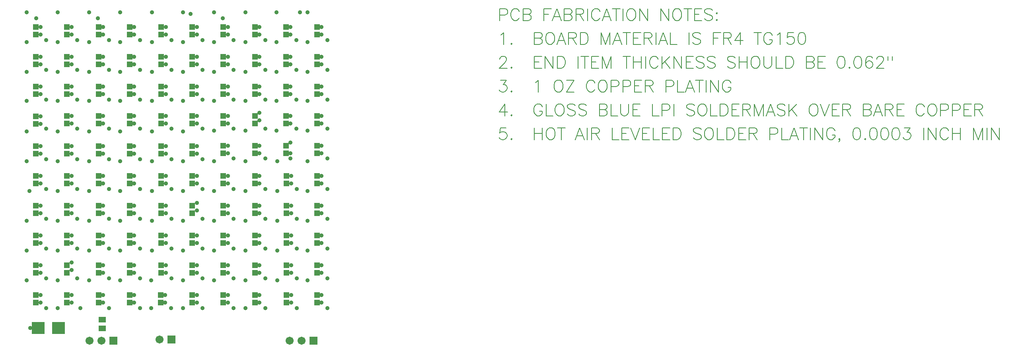
<source format=gbs>
G04 CAM350 V10.1.0 (Build 363) Date:  Mon Jun 15 21:36:37 2015 *
G04 Database: (Untitled) *
G04 Layer 4: PCB1.GBS *
%FSLAX25Y25*%
%MOIN*%
%SFA1.000B1.000*%

%MIA0B0*%
%IPPOS*%
%ADD27R,0.10650X0.10300*%
%ADD48R,0.06706X0.06706*%
%ADD49C,0.06706*%
%ADD50C,0.03600*%
%ADD51R,0.04737X0.04543*%
%ADD52R,0.06312X0.04934*%
%ADD53C,0.00800*%
%LNPCB1.GBS*%
%LPD*%
G54D48*
X246500Y204500D03*
X198000Y203500D03*
X365500D03*
G54D49*
X236500Y204500D03*
X188000Y203500D03*
X178000D03*
X345500D03*
X355500D03*
G54D50*
X354400Y479100D03*
X308700Y230900D03*
X256200D03*
X289600Y474200D03*
X262500Y477800D03*
X229700Y230900D03*
X185100Y474200D03*
X151233Y230900D03*
X170268D03*
X127733Y329100D03*
X133300Y474200D03*
X162869Y262850D03*
Y269150D03*
X267869Y312850D03*
Y319150D03*
X320369Y388350D03*
Y394650D03*
X346268Y356400D03*
X346369Y369650D03*
X136869Y235350D03*
X141768Y230900D03*
X162869Y235350D03*
X136869Y260350D03*
X141768Y255900D03*
X189369Y235350D03*
X167768Y255900D03*
X136869Y285350D03*
X194268Y230900D03*
X141768Y280900D03*
X189369Y260350D03*
X162869Y285350D03*
X194268Y255900D03*
X215369Y235350D03*
X167768Y280900D03*
X220268Y230900D03*
X136869Y310350D03*
X189369Y285350D03*
X141768Y305900D03*
X215369Y260350D03*
X194268Y280900D03*
X162869Y310350D03*
X220268Y255900D03*
X167768Y305900D03*
X241369Y235350D03*
X215369Y285350D03*
X189369Y310350D03*
X246268Y230900D03*
X136869Y335350D03*
X241869Y260350D03*
X141768Y330900D03*
X220268Y280900D03*
X194268Y305900D03*
X162869Y335350D03*
X246768Y255900D03*
X167768Y330900D03*
X215369Y310350D03*
X267869Y235350D03*
X241869Y285350D03*
X189369Y335350D03*
X220268Y305900D03*
X272768Y230900D03*
X246768Y280900D03*
X136869Y360350D03*
X194268Y330900D03*
X267869Y260350D03*
X141768Y355900D03*
X162869Y360350D03*
X241869Y310350D03*
X272768Y255900D03*
X215369Y335350D03*
X167768Y355900D03*
X267869Y285350D03*
X246768Y305900D03*
X220268Y330900D03*
X293869Y235350D03*
X189369Y360350D03*
X272768Y280900D03*
X194268Y355900D03*
X298768Y230900D03*
X293869Y260350D03*
X136869Y385350D03*
X241869Y335350D03*
X141768Y381400D03*
X215369Y360350D03*
X162869Y385850D03*
X246768Y330900D03*
X298768Y255900D03*
X167768Y381400D03*
X272768Y305900D03*
X220268Y355900D03*
X293869Y285350D03*
X189369Y385850D03*
X320369Y235350D03*
X298768Y280900D03*
X267869Y335350D03*
X194268Y381400D03*
X241869Y360350D03*
X293869Y310350D03*
X320369Y260350D03*
X136869Y410350D03*
X325268Y230900D03*
X141768Y405900D03*
X272768Y330900D03*
X246768Y355900D03*
X215369Y385850D03*
X162869Y410350D03*
X298768Y305900D03*
X220268Y381400D03*
X325268Y255900D03*
X167768Y405900D03*
X320369Y285350D03*
X267869Y360350D03*
X189369Y410350D03*
X293869Y335350D03*
X241869Y385850D03*
X346869Y235350D03*
X194268Y405900D03*
X325268Y280900D03*
X272768Y355900D03*
X298768Y330900D03*
X320369Y310350D03*
X246768Y381400D03*
X215369Y410350D03*
X136869Y435350D03*
X346869Y260350D03*
X351768Y230900D03*
X141768Y430900D03*
X220268Y405900D03*
X162869Y435350D03*
X325268Y305900D03*
X293869Y360850D03*
X267869Y385850D03*
X167768Y430900D03*
X351768Y255900D03*
X346869Y285350D03*
X320369Y335350D03*
X189369Y435350D03*
X241869Y410350D03*
X272768Y381400D03*
X298768Y356400D03*
X194268Y430900D03*
X351768Y280900D03*
X372369Y235350D03*
X246768Y405900D03*
X325268Y330900D03*
X346869Y310350D03*
X215369Y435350D03*
X372369Y260350D03*
X136869Y460350D03*
X293869Y385850D03*
X377268Y230900D03*
X141768Y455900D03*
X220268Y430900D03*
X320369Y360850D03*
X267869Y410350D03*
X351768Y305900D03*
X162869Y460350D03*
X298768Y381400D03*
X167768Y455900D03*
X372369Y285350D03*
X377268Y255900D03*
X272768Y405900D03*
X346869Y335350D03*
X325268Y356400D03*
X241869Y435350D03*
X189369Y460350D03*
X246768Y430900D03*
X194268Y455900D03*
X351768Y330900D03*
X377268Y280900D03*
X372369Y310350D03*
X293869Y410350D03*
X215369Y460350D03*
X346369Y360850D03*
X267869Y435350D03*
X298768Y405900D03*
X220268Y455900D03*
X325268Y381400D03*
X377268Y305900D03*
X272768Y430900D03*
X372369Y335350D03*
X241869Y460350D03*
X320369Y410350D03*
X246768Y455900D03*
X377268Y330900D03*
X293869Y435350D03*
X346369Y385850D03*
X325268Y405900D03*
X372369Y360850D03*
X298768Y430900D03*
X267869Y460350D03*
X351268Y381400D03*
X272768Y455900D03*
X377268Y356400D03*
X346369Y410350D03*
X320369Y435350D03*
X372369Y385850D03*
X293869Y460350D03*
X325268Y430900D03*
X351268Y405900D03*
X298768Y455900D03*
X377268Y381400D03*
X346369Y435350D03*
X372369Y410350D03*
X320369Y460350D03*
X351268Y430900D03*
X325268Y455900D03*
X377268Y405900D03*
X372369Y435350D03*
X346369Y460350D03*
X351268Y455900D03*
X377268Y430900D03*
X372369Y460350D03*
X377268Y455900D03*
X128175Y214000D03*
X136869Y241650D03*
X125233Y254100D03*
X162869Y241650D03*
X151233Y254100D03*
X136869Y266650D03*
X125233Y279100D03*
X177733Y254100D03*
X189369Y241650D03*
X151233Y279100D03*
X136869Y291650D03*
X125233Y304100D03*
X189369Y266650D03*
X177733Y279100D03*
X203733Y254100D03*
X162869Y291650D03*
X215369Y241650D03*
X151233Y304100D03*
X136869Y316650D03*
X203733Y279100D03*
X189369Y291650D03*
X215369Y266650D03*
X177733Y304100D03*
X229733Y254100D03*
X162869Y316650D03*
X241369Y241650D03*
X151233Y329100D03*
X215369Y291650D03*
X203733Y304100D03*
X230233Y279100D03*
X189369Y316650D03*
X241869Y266650D03*
X136869Y341650D03*
X177733Y329100D03*
X125233Y354100D03*
X256233Y254100D03*
X162869Y341650D03*
X267869Y241650D03*
X151233Y354100D03*
X215369Y316650D03*
X230233Y304100D03*
X203733Y329100D03*
X241869Y291650D03*
X189369Y341650D03*
X256233Y279100D03*
X267869Y266650D03*
X177733Y354100D03*
X136869Y366650D03*
X125233Y379100D03*
X241869Y316650D03*
X230233Y329100D03*
X282233Y254100D03*
X162869Y366650D03*
X215369Y341650D03*
X256233Y304100D03*
X203733Y354100D03*
X267869Y291650D03*
X293869Y241650D03*
X151233Y379100D03*
X189369Y366650D03*
X282233Y279100D03*
X177733Y379100D03*
X293869Y266650D03*
X136869Y391650D03*
X241869Y341650D03*
X256233Y329100D03*
X230233Y354100D03*
X215369Y366650D03*
X282233Y304100D03*
X162869Y392150D03*
X125233Y404600D03*
X308733Y254100D03*
X203733Y379100D03*
X293869Y291650D03*
X151233Y404600D03*
X320369Y241650D03*
X189369Y392150D03*
X308733Y279100D03*
X256233Y354100D03*
X267869Y341650D03*
X177733Y404600D03*
X241869Y366650D03*
X282233Y329100D03*
X320369Y266650D03*
X230233Y379100D03*
X293869Y316650D03*
X136869Y416650D03*
X215369Y392150D03*
X308733Y304100D03*
X203733Y404600D03*
X162869Y416650D03*
X125233Y429100D03*
X320369Y291650D03*
X335233Y254100D03*
X151233Y429100D03*
X267869Y366650D03*
X282233Y354100D03*
X256233Y379100D03*
X293869Y341650D03*
X346869Y241650D03*
X189369Y416650D03*
X241869Y392150D03*
X335233Y279100D03*
X308733Y329100D03*
X230233Y404600D03*
X177733Y429100D03*
X320369Y316650D03*
X346869Y266650D03*
X215369Y416650D03*
X136869Y441650D03*
X335233Y304100D03*
X203733Y429100D03*
X162869Y441650D03*
X282233Y379600D03*
X293869Y367150D03*
X346869Y291650D03*
X125233Y454100D03*
X267869Y392150D03*
X308733Y354100D03*
X360733Y254100D03*
X256233Y404600D03*
X320369Y341650D03*
X151233Y454100D03*
X241869Y416650D03*
X189369Y441650D03*
X372369Y241650D03*
X335233Y329100D03*
X230233Y429100D03*
X360733Y279100D03*
X346869Y316650D03*
X177733Y454100D03*
X372369Y266650D03*
X215369Y441650D03*
X293869Y392150D03*
X282233Y404600D03*
X308733Y379600D03*
X136869Y466650D03*
X320369Y367150D03*
X360733Y304100D03*
X203733Y454100D03*
X267869Y416650D03*
X256233Y429100D03*
X335233Y354100D03*
X372369Y291650D03*
X162869Y466650D03*
X346869Y341650D03*
X125233Y479100D03*
X241869Y441650D03*
X151233Y479100D03*
X189369Y466650D03*
X360733Y329100D03*
X230233Y454100D03*
X372369Y316650D03*
X177733Y479100D03*
X308733Y404600D03*
X293869Y416650D03*
X282233Y429100D03*
X334733Y379600D03*
X215369Y466650D03*
X267869Y441650D03*
X360733Y354100D03*
X256233Y454100D03*
X203733Y479100D03*
X372369Y341650D03*
X241869Y466650D03*
X320369Y416650D03*
X230233Y479100D03*
X308733Y429100D03*
X334733Y404600D03*
X346369Y392150D03*
X293869Y441650D03*
X282233Y454100D03*
X360733Y379600D03*
X372369Y367150D03*
X267869Y466650D03*
X256233Y479100D03*
X334733Y429100D03*
X346369Y416650D03*
X320369Y441650D03*
X308733Y454100D03*
X360733Y404600D03*
X372369Y392150D03*
X293869Y466650D03*
X282233Y479100D03*
X346369Y441650D03*
X334733Y454100D03*
X360733Y429100D03*
X372369Y416650D03*
X320369Y466650D03*
X308733Y479100D03*
X360733Y454100D03*
X372369Y441650D03*
X346369Y466650D03*
X334733Y479100D03*
X372369Y466650D03*
X360733Y479100D03*
G54D27*
X152000Y214000D03*
X135000D03*
G54D51*
X238000Y441650D03*
Y435350D03*
X133000Y460350D03*
Y466650D03*
Y435350D03*
Y441650D03*
Y410350D03*
Y416650D03*
Y385350D03*
Y391650D03*
Y360350D03*
Y366650D03*
Y335350D03*
Y341650D03*
Y310350D03*
Y316650D03*
Y285350D03*
Y291650D03*
Y260350D03*
Y266650D03*
Y235350D03*
Y241650D03*
X159000Y460350D03*
Y466650D03*
Y435350D03*
Y441650D03*
Y410350D03*
Y416650D03*
Y385850D03*
Y392150D03*
Y360350D03*
Y366650D03*
Y335350D03*
Y341650D03*
Y310350D03*
Y316650D03*
Y285350D03*
Y291650D03*
Y260350D03*
Y266650D03*
Y235350D03*
Y241650D03*
X185500Y460350D03*
Y466650D03*
Y435350D03*
Y441650D03*
Y410350D03*
Y416650D03*
Y385850D03*
Y392150D03*
Y360350D03*
Y366650D03*
Y335350D03*
Y341650D03*
Y310350D03*
Y316650D03*
Y285350D03*
Y291650D03*
Y260350D03*
Y266650D03*
Y235350D03*
Y241650D03*
X211500Y460350D03*
Y466650D03*
Y435350D03*
Y441650D03*
Y410350D03*
Y416650D03*
Y385850D03*
Y392150D03*
Y360350D03*
Y366650D03*
Y335350D03*
Y341650D03*
Y310350D03*
Y316650D03*
Y285350D03*
Y291650D03*
Y260350D03*
Y266650D03*
Y235350D03*
Y241650D03*
X238000Y460350D03*
Y466650D03*
Y410350D03*
Y416650D03*
Y385850D03*
Y392150D03*
Y360350D03*
Y366650D03*
Y335350D03*
Y341650D03*
Y310350D03*
Y316650D03*
Y285350D03*
Y291650D03*
Y260350D03*
Y266650D03*
X237500Y235350D03*
Y241650D03*
X264000Y460350D03*
Y466650D03*
Y435350D03*
Y441650D03*
Y410350D03*
Y416650D03*
Y385850D03*
Y392150D03*
Y360350D03*
Y366650D03*
Y335350D03*
Y341650D03*
Y310350D03*
Y316650D03*
Y285350D03*
Y291650D03*
Y260350D03*
Y266650D03*
Y235350D03*
Y241650D03*
X290000Y460350D03*
Y466650D03*
Y435350D03*
Y441650D03*
Y410350D03*
Y416650D03*
Y385850D03*
Y392150D03*
Y360850D03*
Y367150D03*
Y335350D03*
Y341650D03*
Y310350D03*
Y316650D03*
Y285350D03*
Y291650D03*
Y260350D03*
Y266650D03*
Y235350D03*
Y241650D03*
X316500Y460350D03*
Y466650D03*
Y435350D03*
Y441650D03*
Y410350D03*
Y416650D03*
Y385850D03*
Y392150D03*
Y360850D03*
Y367150D03*
Y335350D03*
Y341650D03*
Y310350D03*
Y316650D03*
Y285350D03*
Y291650D03*
Y260350D03*
Y266650D03*
Y235350D03*
Y241650D03*
X342500Y460350D03*
Y466650D03*
Y435350D03*
Y441650D03*
Y410350D03*
Y416650D03*
Y385850D03*
Y392150D03*
Y360850D03*
Y367150D03*
X343000Y335350D03*
Y341650D03*
Y310350D03*
Y316650D03*
Y285350D03*
Y291650D03*
Y260350D03*
Y266650D03*
Y235350D03*
Y241650D03*
X368500Y460350D03*
Y466650D03*
Y435350D03*
Y441650D03*
Y410350D03*
Y416650D03*
Y385850D03*
Y392150D03*
Y360850D03*
Y367150D03*
Y335350D03*
Y341650D03*
Y310350D03*
Y316650D03*
Y285350D03*
Y291650D03*
Y260350D03*
Y266650D03*
Y235350D03*
Y241650D03*
G54D52*
X188500Y213760D03*
Y221240D03*
G54D53*
G01X521755Y482064D02*
Y472220D01*
Y482064D02*
X525974D01*
X527380Y481595D01*
X527849Y481126D01*
X528317Y480189D01*
Y478782D01*
X527849Y477845D01*
X527380Y477376D01*
X525974Y476907D01*
X521755D01*
X538161Y479720D02*
X537692Y480657D01*
X536755Y481595D01*
X535817Y482064D01*
X533942D01*
X533005Y481595D01*
X532067Y480657D01*
X531599Y479720D01*
X531130Y478314D01*
Y475970D01*
X531599Y474564D01*
X532067Y473626D01*
X533005Y472689D01*
X533942Y472220D01*
X535817D01*
X536755Y472689D01*
X537692Y473626D01*
X538161Y474564D01*
X541442Y482064D02*
Y472220D01*
Y482064D02*
X545661D01*
X547067Y481595D01*
X547536Y481126D01*
X548005Y480189D01*
Y479251D01*
X547536Y478314D01*
X547067Y477845D01*
X545661Y477376D01*
X541442D02*
X545661D01*
X547067Y476907D01*
X547536Y476439D01*
X548005Y475501D01*
Y474095D01*
X547536Y473157D01*
X547067Y472689D01*
X545661Y472220D01*
X541442D01*
X558786Y482064D02*
Y472220D01*
Y482064D02*
X564880D01*
X558786Y477376D02*
X562536D01*
X569567Y482064D02*
X565817Y472220D01*
X569567Y482064D02*
X573317Y472220D01*
X567224Y475501D02*
X571911D01*
X575661Y482064D02*
Y472220D01*
Y482064D02*
X579880D01*
X581286Y481595D01*
X581755Y481126D01*
X582224Y480189D01*
Y479251D01*
X581755Y478314D01*
X581286Y477845D01*
X579880Y477376D01*
X575661D02*
X579880D01*
X581286Y476907D01*
X581755Y476439D01*
X582224Y475501D01*
Y474095D01*
X581755Y473157D01*
X581286Y472689D01*
X579880Y472220D01*
X575661D01*
X585505Y482064D02*
Y472220D01*
Y482064D02*
X589724D01*
X591130Y481595D01*
X591599Y481126D01*
X592067Y480189D01*
Y479251D01*
X591599Y478314D01*
X591130Y477845D01*
X589724Y477376D01*
X585505D01*
X588786D02*
X592067Y472220D01*
X595349Y482064D02*
Y472220D01*
X605661Y479720D02*
X605192Y480657D01*
X604255Y481595D01*
X603317Y482064D01*
X601442D01*
X600505Y481595D01*
X599567Y480657D01*
X599099Y479720D01*
X598630Y478314D01*
Y475970D01*
X599099Y474564D01*
X599567Y473626D01*
X600505Y472689D01*
X601442Y472220D01*
X603317D01*
X604255Y472689D01*
X605192Y473626D01*
X605661Y474564D01*
X611286Y482064D02*
X607536Y472220D01*
X611286Y482064D02*
X615036Y472220D01*
X608942Y475501D02*
X613630D01*
X619255Y482064D02*
Y472220D01*
X615974Y482064D02*
X622536D01*
X624880D02*
Y472220D01*
X630974Y482064D02*
X630036Y481595D01*
X629099Y480657D01*
X628630Y479720D01*
X628161Y478314D01*
Y475970D01*
X628630Y474564D01*
X629099Y473626D01*
X630036Y472689D01*
X630974Y472220D01*
X632849D01*
X633786Y472689D01*
X634724Y473626D01*
X635192Y474564D01*
X635661Y475970D01*
Y478314D01*
X635192Y479720D01*
X634724Y480657D01*
X633786Y481595D01*
X632849Y482064D01*
X630974D01*
X638942D02*
Y472220D01*
Y482064D02*
X645505Y472220D01*
Y482064D02*
Y472220D01*
X656755Y482064D02*
Y472220D01*
Y482064D02*
X663317Y472220D01*
Y482064D02*
Y472220D01*
X669411Y482064D02*
X668474Y481595D01*
X667536Y480657D01*
X667067Y479720D01*
X666599Y478314D01*
Y475970D01*
X667067Y474564D01*
X667536Y473626D01*
X668474Y472689D01*
X669411Y472220D01*
X671286D01*
X672224Y472689D01*
X673161Y473626D01*
X673630Y474564D01*
X674099Y475970D01*
Y478314D01*
X673630Y479720D01*
X673161Y480657D01*
X672224Y481595D01*
X671286Y482064D01*
X669411D01*
X679255D02*
Y472220D01*
X675974Y482064D02*
X682536D01*
X684880D02*
Y472220D01*
Y482064D02*
X690974D01*
X684880Y477376D02*
X688630D01*
X684880Y472220D02*
X690974D01*
X699880Y480657D02*
X698942Y481595D01*
X697536Y482064D01*
X695661D01*
X694255Y481595D01*
X693317Y480657D01*
Y479720D01*
X693786Y478782D01*
X694255Y478314D01*
X695192Y477845D01*
X698005Y476907D01*
X698942Y476439D01*
X699411Y475970D01*
X699880Y475032D01*
Y473626D01*
X698942Y472689D01*
X697536Y472220D01*
X695661D01*
X694255Y472689D01*
X693317Y473626D01*
X703630Y478782D02*
X703161Y478314D01*
X703630Y477845D01*
X704099Y478314D01*
X703630Y478782D01*
Y473157D02*
X703161Y472689D01*
X703630Y472220D01*
X704099Y472689D01*
X703630Y473157D01*
X522692Y460189D02*
X523630Y460657D01*
X525036Y462064D01*
Y452220D01*
X531599Y453157D02*
X531130Y452689D01*
X531599Y452220D01*
X532067Y452689D01*
X531599Y453157D01*
X550817Y462064D02*
Y452220D01*
Y462064D02*
X555036D01*
X556442Y461595D01*
X556911Y461126D01*
X557380Y460189D01*
Y459251D01*
X556911Y458314D01*
X556442Y457845D01*
X555036Y457376D01*
X550817D02*
X555036D01*
X556442Y456907D01*
X556911Y456439D01*
X557380Y455501D01*
Y454095D01*
X556911Y453157D01*
X556442Y452689D01*
X555036Y452220D01*
X550817D01*
X563005Y462064D02*
X562067Y461595D01*
X561130Y460657D01*
X560661Y459720D01*
X560192Y458314D01*
Y455970D01*
X560661Y454564D01*
X561130Y453626D01*
X562067Y452689D01*
X563005Y452220D01*
X564880D01*
X565817Y452689D01*
X566755Y453626D01*
X567224Y454564D01*
X567692Y455970D01*
Y458314D01*
X567224Y459720D01*
X566755Y460657D01*
X565817Y461595D01*
X564880Y462064D01*
X563005D01*
X573317D02*
X569567Y452220D01*
X573317Y462064D02*
X577067Y452220D01*
X570974Y455501D02*
X575661D01*
X579411Y462064D02*
Y452220D01*
Y462064D02*
X583630D01*
X585036Y461595D01*
X585505Y461126D01*
X585974Y460189D01*
Y459251D01*
X585505Y458314D01*
X585036Y457845D01*
X583630Y457376D01*
X579411D01*
X582692D02*
X585974Y452220D01*
X589255Y462064D02*
Y452220D01*
Y462064D02*
X592536D01*
X593942Y461595D01*
X594880Y460657D01*
X595349Y459720D01*
X595817Y458314D01*
Y455970D01*
X595349Y454564D01*
X594880Y453626D01*
X593942Y452689D01*
X592536Y452220D01*
X589255D01*
X606599Y462064D02*
Y452220D01*
Y462064D02*
X610349Y452220D01*
X614099Y462064D02*
X610349Y452220D01*
X614099Y462064D02*
Y452220D01*
X620192Y462064D02*
X616442Y452220D01*
X620192Y462064D02*
X623942Y452220D01*
X617849Y455501D02*
X622536D01*
X628161Y462064D02*
Y452220D01*
X624880Y462064D02*
X631442D01*
X633786D02*
Y452220D01*
Y462064D02*
X639880D01*
X633786Y457376D02*
X637536D01*
X633786Y452220D02*
X639880D01*
X642692Y462064D02*
Y452220D01*
Y462064D02*
X646911D01*
X648317Y461595D01*
X648786Y461126D01*
X649255Y460189D01*
Y459251D01*
X648786Y458314D01*
X648317Y457845D01*
X646911Y457376D01*
X642692D01*
X645974D02*
X649255Y452220D01*
X652536Y462064D02*
Y452220D01*
X658630Y462064D02*
X654880Y452220D01*
X658630Y462064D02*
X662380Y452220D01*
X656286Y455501D02*
X660974D01*
X664724Y462064D02*
Y452220D01*
Y452220D02*
X670349D01*
X680192Y462064D02*
Y452220D01*
X690036Y460657D02*
X689099Y461595D01*
X687692Y462064D01*
X685817D01*
X684411Y461595D01*
X683474Y460657D01*
Y459720D01*
X683942Y458782D01*
X684411Y458314D01*
X685349Y457845D01*
X688161Y456907D01*
X689099Y456439D01*
X689567Y455970D01*
X690036Y455032D01*
Y453626D01*
X689099Y452689D01*
X687692Y452220D01*
X685817D01*
X684411Y452689D01*
X683474Y453626D01*
X700817Y462064D02*
Y452220D01*
Y462064D02*
X706911D01*
X700817Y457376D02*
X704567D01*
X709255Y462064D02*
Y452220D01*
Y462064D02*
X713474D01*
X714880Y461595D01*
X715349Y461126D01*
X715817Y460189D01*
Y459251D01*
X715349Y458314D01*
X714880Y457845D01*
X713474Y457376D01*
X709255D01*
X712536D02*
X715817Y452220D01*
X723317Y462064D02*
X718630Y455501D01*
X725661D01*
X723317Y462064D02*
Y452220D01*
X737849Y462064D02*
Y452220D01*
X734567Y462064D02*
X741130D01*
X750036Y459720D02*
X749567Y460657D01*
X748630Y461595D01*
X747692Y462064D01*
X745817D01*
X744880Y461595D01*
X743942Y460657D01*
X743474Y459720D01*
X743005Y458314D01*
Y455970D01*
X743474Y454564D01*
X743942Y453626D01*
X744880Y452689D01*
X745817Y452220D01*
X747692D01*
X748630Y452689D01*
X749567Y453626D01*
X750036Y454564D01*
Y455970D01*
X747692D02*
X750036D01*
X754255Y460189D02*
X755192Y460657D01*
X756599Y462064D01*
Y452220D01*
X767849Y462064D02*
X763161D01*
X762692Y457845D01*
X763161Y458314D01*
X764567Y458782D01*
X765974D01*
X767380Y458314D01*
X768317Y457376D01*
X768786Y455970D01*
Y455032D01*
X768317Y453626D01*
X767380Y452689D01*
X765974Y452220D01*
X764567D01*
X763161Y452689D01*
X762692Y453157D01*
X762224Y454095D01*
X774411Y462064D02*
X773005Y461595D01*
X772067Y460189D01*
X771599Y457845D01*
Y456439D01*
X772067Y454095D01*
X773005Y452689D01*
X774411Y452220D01*
X775349D01*
X776755Y452689D01*
X777692Y454095D01*
X778161Y456439D01*
Y457845D01*
X777692Y460189D01*
X776755Y461595D01*
X775349Y462064D01*
X774411D01*
X521755Y439720D02*
Y440189D01*
X522224Y441126D01*
X522692Y441595D01*
X523630Y442064D01*
X525505D01*
X526442Y441595D01*
X526911Y441126D01*
X527380Y440189D01*
Y439251D01*
X526911Y438314D01*
X525974Y436907D01*
X521286Y432220D01*
X527849D01*
X531599Y433157D02*
X531130Y432689D01*
X531599Y432220D01*
X532067Y432689D01*
X531599Y433157D01*
X550817Y442064D02*
Y432220D01*
Y442064D02*
X556911D01*
X550817Y437376D02*
X554567D01*
X550817Y432220D02*
X556911D01*
X559724Y442064D02*
Y432220D01*
Y442064D02*
X566286Y432220D01*
Y442064D02*
Y432220D01*
X570036Y442064D02*
Y432220D01*
Y442064D02*
X573317D01*
X574724Y441595D01*
X575661Y440657D01*
X576130Y439720D01*
X576599Y438314D01*
Y435970D01*
X576130Y434564D01*
X575661Y433626D01*
X574724Y432689D01*
X573317Y432220D01*
X570036D01*
X587380Y442064D02*
Y432220D01*
X593005Y442064D02*
Y432220D01*
X589724Y442064D02*
X596286D01*
X598630D02*
Y432220D01*
Y442064D02*
X604724D01*
X598630Y437376D02*
X602380D01*
X598630Y432220D02*
X604724D01*
X607536Y442064D02*
Y432220D01*
Y442064D02*
X611286Y432220D01*
X615036Y442064D02*
X611286Y432220D01*
X615036Y442064D02*
Y432220D01*
X628161Y442064D02*
Y432220D01*
X624880Y442064D02*
X631442D01*
X633786D02*
Y432220D01*
X640349Y442064D02*
Y432220D01*
X633786Y437376D02*
X640349D01*
X644099Y442064D02*
Y432220D01*
X654411Y439720D02*
X653942Y440657D01*
X653005Y441595D01*
X652067Y442064D01*
X650192D01*
X649255Y441595D01*
X648317Y440657D01*
X647849Y439720D01*
X647380Y438314D01*
Y435970D01*
X647849Y434564D01*
X648317Y433626D01*
X649255Y432689D01*
X650192Y432220D01*
X652067D01*
X653005Y432689D01*
X653942Y433626D01*
X654411Y434564D01*
X657692Y442064D02*
Y432220D01*
X664255Y442064D02*
X657692Y435501D01*
X660036Y437845D02*
X664255Y432220D01*
X667536Y442064D02*
Y432220D01*
Y442064D02*
X674099Y432220D01*
Y442064D02*
Y432220D01*
X677849Y442064D02*
Y432220D01*
Y442064D02*
X683942D01*
X677849Y437376D02*
X681599D01*
X677849Y432220D02*
X683942D01*
X692849Y440657D02*
X691911Y441595D01*
X690505Y442064D01*
X688630D01*
X687224Y441595D01*
X686286Y440657D01*
Y439720D01*
X686755Y438782D01*
X687224Y438314D01*
X688161Y437845D01*
X690974Y436907D01*
X691911Y436439D01*
X692380Y435970D01*
X692849Y435032D01*
Y433626D01*
X691911Y432689D01*
X690505Y432220D01*
X688630D01*
X687224Y432689D01*
X686286Y433626D01*
X702224Y440657D02*
X701286Y441595D01*
X699880Y442064D01*
X698005D01*
X696599Y441595D01*
X695661Y440657D01*
Y439720D01*
X696130Y438782D01*
X696599Y438314D01*
X697536Y437845D01*
X700349Y436907D01*
X701286Y436439D01*
X701755Y435970D01*
X702224Y435032D01*
Y433626D01*
X701286Y432689D01*
X699880Y432220D01*
X698005D01*
X696599Y432689D01*
X695661Y433626D01*
X719099Y440657D02*
X718161Y441595D01*
X716755Y442064D01*
X714880D01*
X713474Y441595D01*
X712536Y440657D01*
Y439720D01*
X713005Y438782D01*
X713474Y438314D01*
X714411Y437845D01*
X717224Y436907D01*
X718161Y436439D01*
X718630Y435970D01*
X719099Y435032D01*
Y433626D01*
X718161Y432689D01*
X716755Y432220D01*
X714880D01*
X713474Y432689D01*
X712536Y433626D01*
X722380Y442064D02*
Y432220D01*
X728942Y442064D02*
Y432220D01*
X722380Y437376D02*
X728942D01*
X735036Y442064D02*
X734099Y441595D01*
X733161Y440657D01*
X732692Y439720D01*
X732224Y438314D01*
Y435970D01*
X732692Y434564D01*
X733161Y433626D01*
X734099Y432689D01*
X735036Y432220D01*
X736911D01*
X737849Y432689D01*
X738786Y433626D01*
X739255Y434564D01*
X739724Y435970D01*
Y438314D01*
X739255Y439720D01*
X738786Y440657D01*
X737849Y441595D01*
X736911Y442064D01*
X735036D01*
X743005D02*
Y435032D01*
X743474Y433626D01*
X744411Y432689D01*
X745817Y432220D01*
X746755D01*
X748161Y432689D01*
X749099Y433626D01*
X749567Y435032D01*
Y442064D01*
X753317D02*
Y432220D01*
Y432220D02*
X758942D01*
X761286Y442064D02*
Y432220D01*
Y442064D02*
X764567D01*
X765974Y441595D01*
X766911Y440657D01*
X767380Y439720D01*
X767849Y438314D01*
Y435970D01*
X767380Y434564D01*
X766911Y433626D01*
X765974Y432689D01*
X764567Y432220D01*
X761286D01*
X778630Y442064D02*
Y432220D01*
Y442064D02*
X782849D01*
X784255Y441595D01*
X784724Y441126D01*
X785192Y440189D01*
Y439251D01*
X784724Y438314D01*
X784255Y437845D01*
X782849Y437376D01*
X778630D02*
X782849D01*
X784255Y436907D01*
X784724Y436439D01*
X785192Y435501D01*
Y434095D01*
X784724Y433157D01*
X784255Y432689D01*
X782849Y432220D01*
X778630D01*
X788474Y442064D02*
Y432220D01*
Y442064D02*
X794567D01*
X788474Y437376D02*
X792224D01*
X788474Y432220D02*
X794567D01*
X807224Y442064D02*
X805817Y441595D01*
X804880Y440189D01*
X804411Y437845D01*
Y436439D01*
X804880Y434095D01*
X805817Y432689D01*
X807224Y432220D01*
X808161D01*
X809567Y432689D01*
X810505Y434095D01*
X810974Y436439D01*
Y437845D01*
X810505Y440189D01*
X809567Y441595D01*
X808161Y442064D01*
X807224D01*
X814724Y433157D02*
X814255Y432689D01*
X814724Y432220D01*
X815192Y432689D01*
X814724Y433157D01*
X821286Y442064D02*
X819880Y441595D01*
X818942Y440189D01*
X818474Y437845D01*
Y436439D01*
X818942Y434095D01*
X819880Y432689D01*
X821286Y432220D01*
X822224D01*
X823630Y432689D01*
X824567Y434095D01*
X825036Y436439D01*
Y437845D01*
X824567Y440189D01*
X823630Y441595D01*
X822224Y442064D01*
X821286D01*
X833942Y440657D02*
X833474Y441595D01*
X832067Y442064D01*
X831130D01*
X829724Y441595D01*
X828786Y440189D01*
X828317Y437845D01*
Y435501D01*
X828786Y433626D01*
X829724Y432689D01*
X831130Y432220D01*
X831599D01*
X833005Y432689D01*
X833942Y433626D01*
X834411Y435032D01*
Y435501D01*
X833942Y436907D01*
X833005Y437845D01*
X831599Y438314D01*
X831130D01*
X829724Y437845D01*
X828786Y436907D01*
X828317Y435501D01*
X837692Y439720D02*
Y440189D01*
X838161Y441126D01*
X838630Y441595D01*
X839567Y442064D01*
X841442D01*
X842380Y441595D01*
X842849Y441126D01*
X843317Y440189D01*
Y439251D01*
X842849Y438314D01*
X841911Y436907D01*
X837224Y432220D01*
X843786D01*
X847067Y442064D02*
Y438782D01*
X850817Y442064D02*
Y438782D01*
X522224Y422064D02*
X527380D01*
X524567Y418314D01*
X525974D01*
X526911Y417845D01*
X527380Y417376D01*
X527849Y415970D01*
Y415032D01*
X527380Y413626D01*
X526442Y412689D01*
X525036Y412220D01*
X523630D01*
X522224Y412689D01*
X521755Y413157D01*
X521286Y414095D01*
X531599Y413157D02*
X531130Y412689D01*
X531599Y412220D01*
X532067Y412689D01*
X531599Y413157D01*
X551755Y420189D02*
X552692Y420657D01*
X554099Y422064D01*
Y412220D01*
X570036Y422064D02*
X569099Y421595D01*
X568161Y420657D01*
X567692Y419720D01*
X567224Y418314D01*
Y415970D01*
X567692Y414564D01*
X568161Y413626D01*
X569099Y412689D01*
X570036Y412220D01*
X571911D01*
X572849Y412689D01*
X573786Y413626D01*
X574255Y414564D01*
X574724Y415970D01*
Y418314D01*
X574255Y419720D01*
X573786Y420657D01*
X572849Y421595D01*
X571911Y422064D01*
X570036D01*
X584099D02*
X577536Y412220D01*
Y422064D02*
X584099D01*
X577536Y412220D02*
X584099D01*
X601442Y419720D02*
X600974Y420657D01*
X600036Y421595D01*
X599099Y422064D01*
X597224D01*
X596286Y421595D01*
X595349Y420657D01*
X594880Y419720D01*
X594411Y418314D01*
Y415970D01*
X594880Y414564D01*
X595349Y413626D01*
X596286Y412689D01*
X597224Y412220D01*
X599099D01*
X600036Y412689D01*
X600974Y413626D01*
X601442Y414564D01*
X607067Y422064D02*
X606130Y421595D01*
X605192Y420657D01*
X604724Y419720D01*
X604255Y418314D01*
Y415970D01*
X604724Y414564D01*
X605192Y413626D01*
X606130Y412689D01*
X607067Y412220D01*
X608942D01*
X609880Y412689D01*
X610817Y413626D01*
X611286Y414564D01*
X611755Y415970D01*
Y418314D01*
X611286Y419720D01*
X610817Y420657D01*
X609880Y421595D01*
X608942Y422064D01*
X607067D01*
X615036D02*
Y412220D01*
Y422064D02*
X619255D01*
X620661Y421595D01*
X621130Y421126D01*
X621599Y420189D01*
Y418782D01*
X621130Y417845D01*
X620661Y417376D01*
X619255Y416907D01*
X615036D01*
X624880Y422064D02*
Y412220D01*
Y422064D02*
X629099D01*
X630505Y421595D01*
X630974Y421126D01*
X631442Y420189D01*
Y418782D01*
X630974Y417845D01*
X630505Y417376D01*
X629099Y416907D01*
X624880D01*
X634724Y422064D02*
Y412220D01*
Y422064D02*
X640817D01*
X634724Y417376D02*
X638474D01*
X634724Y412220D02*
X640817D01*
X643630Y422064D02*
Y412220D01*
Y422064D02*
X647849D01*
X649255Y421595D01*
X649724Y421126D01*
X650192Y420189D01*
Y419251D01*
X649724Y418314D01*
X649255Y417845D01*
X647849Y417376D01*
X643630D01*
X646911D02*
X650192Y412220D01*
X660974Y422064D02*
Y412220D01*
Y422064D02*
X665192D01*
X666599Y421595D01*
X667067Y421126D01*
X667536Y420189D01*
Y418782D01*
X667067Y417845D01*
X666599Y417376D01*
X665192Y416907D01*
X660974D01*
X670817Y422064D02*
Y412220D01*
Y412220D02*
X676442D01*
X681130Y422064D02*
X677380Y412220D01*
X681130Y422064D02*
X684880Y412220D01*
X678786Y415501D02*
X683474D01*
X689099Y422064D02*
Y412220D01*
X685817Y422064D02*
X692380D01*
X694724D02*
Y412220D01*
X698474Y422064D02*
Y412220D01*
Y422064D02*
X705036Y412220D01*
Y422064D02*
Y412220D01*
X715349Y419720D02*
X714880Y420657D01*
X713942Y421595D01*
X713005Y422064D01*
X711130D01*
X710192Y421595D01*
X709255Y420657D01*
X708786Y419720D01*
X708317Y418314D01*
Y415970D01*
X708786Y414564D01*
X709255Y413626D01*
X710192Y412689D01*
X711130Y412220D01*
X713005D01*
X713942Y412689D01*
X714880Y413626D01*
X715349Y414564D01*
Y415970D01*
X713005D02*
X715349D01*
X525974Y402064D02*
X521286Y395501D01*
X528317D01*
X525974Y402064D02*
Y392220D01*
X531599Y393157D02*
X531130Y392689D01*
X531599Y392220D01*
X532067Y392689D01*
X531599Y393157D01*
X557380Y399720D02*
X556911Y400657D01*
X555974Y401595D01*
X555036Y402064D01*
X553161D01*
X552224Y401595D01*
X551286Y400657D01*
X550817Y399720D01*
X550349Y398314D01*
Y395970D01*
X550817Y394564D01*
X551286Y393626D01*
X552224Y392689D01*
X553161Y392220D01*
X555036D01*
X555974Y392689D01*
X556911Y393626D01*
X557380Y394564D01*
Y395970D01*
X555036D02*
X557380D01*
X560661Y402064D02*
Y392220D01*
Y392220D02*
X566286D01*
X570974Y402064D02*
X570036Y401595D01*
X569099Y400657D01*
X568630Y399720D01*
X568161Y398314D01*
Y395970D01*
X568630Y394564D01*
X569099Y393626D01*
X570036Y392689D01*
X570974Y392220D01*
X572849D01*
X573786Y392689D01*
X574724Y393626D01*
X575192Y394564D01*
X575661Y395970D01*
Y398314D01*
X575192Y399720D01*
X574724Y400657D01*
X573786Y401595D01*
X572849Y402064D01*
X570974D01*
X585036Y400657D02*
X584099Y401595D01*
X582692Y402064D01*
X580817D01*
X579411Y401595D01*
X578474Y400657D01*
Y399720D01*
X578942Y398782D01*
X579411Y398314D01*
X580349Y397845D01*
X583161Y396907D01*
X584099Y396439D01*
X584567Y395970D01*
X585036Y395032D01*
Y393626D01*
X584099Y392689D01*
X582692Y392220D01*
X580817D01*
X579411Y392689D01*
X578474Y393626D01*
X594411Y400657D02*
X593474Y401595D01*
X592067Y402064D01*
X590192D01*
X588786Y401595D01*
X587849Y400657D01*
Y399720D01*
X588317Y398782D01*
X588786Y398314D01*
X589724Y397845D01*
X592536Y396907D01*
X593474Y396439D01*
X593942Y395970D01*
X594411Y395032D01*
Y393626D01*
X593474Y392689D01*
X592067Y392220D01*
X590192D01*
X588786Y392689D01*
X587849Y393626D01*
X605192Y402064D02*
Y392220D01*
Y402064D02*
X609411D01*
X610817Y401595D01*
X611286Y401126D01*
X611755Y400189D01*
Y399251D01*
X611286Y398314D01*
X610817Y397845D01*
X609411Y397376D01*
X605192D02*
X609411D01*
X610817Y396907D01*
X611286Y396439D01*
X611755Y395501D01*
Y394095D01*
X611286Y393157D01*
X610817Y392689D01*
X609411Y392220D01*
X605192D01*
X615036Y402064D02*
Y392220D01*
Y392220D02*
X620661D01*
X623005Y402064D02*
Y395032D01*
X623474Y393626D01*
X624411Y392689D01*
X625817Y392220D01*
X626755D01*
X628161Y392689D01*
X629099Y393626D01*
X629567Y395032D01*
Y402064D01*
X633317D02*
Y392220D01*
Y402064D02*
X639411D01*
X633317Y397376D02*
X637067D01*
X633317Y392220D02*
X639411D01*
X649724Y402064D02*
Y392220D01*
Y392220D02*
X655349D01*
X657692Y402064D02*
Y392220D01*
Y402064D02*
X661911D01*
X663317Y401595D01*
X663786Y401126D01*
X664255Y400189D01*
Y398782D01*
X663786Y397845D01*
X663317Y397376D01*
X661911Y396907D01*
X657692D01*
X667536Y402064D02*
Y392220D01*
X684880Y400657D02*
X683942Y401595D01*
X682536Y402064D01*
X680661D01*
X679255Y401595D01*
X678317Y400657D01*
Y399720D01*
X678786Y398782D01*
X679255Y398314D01*
X680192Y397845D01*
X683005Y396907D01*
X683942Y396439D01*
X684411Y395970D01*
X684880Y395032D01*
Y393626D01*
X683942Y392689D01*
X682536Y392220D01*
X680661D01*
X679255Y392689D01*
X678317Y393626D01*
X690505Y402064D02*
X689567Y401595D01*
X688630Y400657D01*
X688161Y399720D01*
X687692Y398314D01*
Y395970D01*
X688161Y394564D01*
X688630Y393626D01*
X689567Y392689D01*
X690505Y392220D01*
X692380D01*
X693317Y392689D01*
X694255Y393626D01*
X694724Y394564D01*
X695192Y395970D01*
Y398314D01*
X694724Y399720D01*
X694255Y400657D01*
X693317Y401595D01*
X692380Y402064D01*
X690505D01*
X698474D02*
Y392220D01*
Y392220D02*
X704099D01*
X706442Y402064D02*
Y392220D01*
Y402064D02*
X709724D01*
X711130Y401595D01*
X712067Y400657D01*
X712536Y399720D01*
X713005Y398314D01*
Y395970D01*
X712536Y394564D01*
X712067Y393626D01*
X711130Y392689D01*
X709724Y392220D01*
X706442D01*
X716286Y402064D02*
Y392220D01*
Y402064D02*
X722380D01*
X716286Y397376D02*
X720036D01*
X716286Y392220D02*
X722380D01*
X725192Y402064D02*
Y392220D01*
Y402064D02*
X729411D01*
X730817Y401595D01*
X731286Y401126D01*
X731755Y400189D01*
Y399251D01*
X731286Y398314D01*
X730817Y397845D01*
X729411Y397376D01*
X725192D01*
X728474D02*
X731755Y392220D01*
X735036Y402064D02*
Y392220D01*
Y402064D02*
X738786Y392220D01*
X742536Y402064D02*
X738786Y392220D01*
X742536Y402064D02*
Y392220D01*
X748630Y402064D02*
X744880Y392220D01*
X748630Y402064D02*
X752380Y392220D01*
X746286Y395501D02*
X750974D01*
X760817Y400657D02*
X759880Y401595D01*
X758474Y402064D01*
X756599D01*
X755192Y401595D01*
X754255Y400657D01*
Y399720D01*
X754724Y398782D01*
X755192Y398314D01*
X756130Y397845D01*
X758942Y396907D01*
X759880Y396439D01*
X760349Y395970D01*
X760817Y395032D01*
Y393626D01*
X759880Y392689D01*
X758474Y392220D01*
X756599D01*
X755192Y392689D01*
X754255Y393626D01*
X764099Y402064D02*
Y392220D01*
X770661Y402064D02*
X764099Y395501D01*
X766442Y397845D02*
X770661Y392220D01*
X783786Y402064D02*
X782849Y401595D01*
X781911Y400657D01*
X781442Y399720D01*
X780974Y398314D01*
Y395970D01*
X781442Y394564D01*
X781911Y393626D01*
X782849Y392689D01*
X783786Y392220D01*
X785661D01*
X786599Y392689D01*
X787536Y393626D01*
X788005Y394564D01*
X788474Y395970D01*
Y398314D01*
X788005Y399720D01*
X787536Y400657D01*
X786599Y401595D01*
X785661Y402064D01*
X783786D01*
X790349D02*
X794099Y392220D01*
X797849Y402064D02*
X794099Y392220D01*
X800192Y402064D02*
Y392220D01*
Y402064D02*
X806286D01*
X800192Y397376D02*
X803942D01*
X800192Y392220D02*
X806286D01*
X809099Y402064D02*
Y392220D01*
Y402064D02*
X813317D01*
X814724Y401595D01*
X815192Y401126D01*
X815661Y400189D01*
Y399251D01*
X815192Y398314D01*
X814724Y397845D01*
X813317Y397376D01*
X809099D01*
X812380D02*
X815661Y392220D01*
X826442Y402064D02*
Y392220D01*
Y402064D02*
X830661D01*
X832067Y401595D01*
X832536Y401126D01*
X833005Y400189D01*
Y399251D01*
X832536Y398314D01*
X832067Y397845D01*
X830661Y397376D01*
X826442D02*
X830661D01*
X832067Y396907D01*
X832536Y396439D01*
X833005Y395501D01*
Y394095D01*
X832536Y393157D01*
X832067Y392689D01*
X830661Y392220D01*
X826442D01*
X838630Y402064D02*
X834880Y392220D01*
X838630Y402064D02*
X842380Y392220D01*
X836286Y395501D02*
X840974D01*
X844724Y402064D02*
Y392220D01*
Y402064D02*
X848942D01*
X850349Y401595D01*
X850817Y401126D01*
X851286Y400189D01*
Y399251D01*
X850817Y398314D01*
X850349Y397845D01*
X848942Y397376D01*
X844724D01*
X848005D02*
X851286Y392220D01*
X854567Y402064D02*
Y392220D01*
Y402064D02*
X860661D01*
X854567Y397376D02*
X858317D01*
X854567Y392220D02*
X860661D01*
X877536Y399720D02*
X877067Y400657D01*
X876130Y401595D01*
X875192Y402064D01*
X873317D01*
X872380Y401595D01*
X871442Y400657D01*
X870974Y399720D01*
X870505Y398314D01*
Y395970D01*
X870974Y394564D01*
X871442Y393626D01*
X872380Y392689D01*
X873317Y392220D01*
X875192D01*
X876130Y392689D01*
X877067Y393626D01*
X877536Y394564D01*
X883161Y402064D02*
X882224Y401595D01*
X881286Y400657D01*
X880817Y399720D01*
X880349Y398314D01*
Y395970D01*
X880817Y394564D01*
X881286Y393626D01*
X882224Y392689D01*
X883161Y392220D01*
X885036D01*
X885974Y392689D01*
X886911Y393626D01*
X887380Y394564D01*
X887849Y395970D01*
Y398314D01*
X887380Y399720D01*
X886911Y400657D01*
X885974Y401595D01*
X885036Y402064D01*
X883161D01*
X891130D02*
Y392220D01*
Y402064D02*
X895349D01*
X896755Y401595D01*
X897224Y401126D01*
X897692Y400189D01*
Y398782D01*
X897224Y397845D01*
X896755Y397376D01*
X895349Y396907D01*
X891130D01*
X900974Y402064D02*
Y392220D01*
Y402064D02*
X905192D01*
X906599Y401595D01*
X907067Y401126D01*
X907536Y400189D01*
Y398782D01*
X907067Y397845D01*
X906599Y397376D01*
X905192Y396907D01*
X900974D01*
X910817Y402064D02*
Y392220D01*
Y402064D02*
X916911D01*
X910817Y397376D02*
X914567D01*
X910817Y392220D02*
X916911D01*
X919724Y402064D02*
Y392220D01*
Y402064D02*
X923942D01*
X925349Y401595D01*
X925817Y401126D01*
X926286Y400189D01*
Y399251D01*
X925817Y398314D01*
X925349Y397845D01*
X923942Y397376D01*
X919724D01*
X923005D02*
X926286Y392220D01*
X526911Y382064D02*
X522224D01*
X521755Y377845D01*
X522224Y378314D01*
X523630Y378782D01*
X525036D01*
X526442Y378314D01*
X527380Y377376D01*
X527849Y375970D01*
Y375032D01*
X527380Y373626D01*
X526442Y372689D01*
X525036Y372220D01*
X523630D01*
X522224Y372689D01*
X521755Y373157D01*
X521286Y374095D01*
X531599Y373157D02*
X531130Y372689D01*
X531599Y372220D01*
X532067Y372689D01*
X531599Y373157D01*
X550817Y382064D02*
Y372220D01*
X557380Y382064D02*
Y372220D01*
X550817Y377376D02*
X557380D01*
X563474Y382064D02*
X562536Y381595D01*
X561599Y380657D01*
X561130Y379720D01*
X560661Y378314D01*
Y375970D01*
X561130Y374564D01*
X561599Y373626D01*
X562536Y372689D01*
X563474Y372220D01*
X565349D01*
X566286Y372689D01*
X567224Y373626D01*
X567692Y374564D01*
X568161Y375970D01*
Y378314D01*
X567692Y379720D01*
X567224Y380657D01*
X566286Y381595D01*
X565349Y382064D01*
X563474D01*
X573317D02*
Y372220D01*
X570036Y382064D02*
X576599D01*
X588786D02*
X585036Y372220D01*
X588786Y382064D02*
X592536Y372220D01*
X586442Y375501D02*
X591130D01*
X594880Y382064D02*
Y372220D01*
X598630Y382064D02*
Y372220D01*
Y382064D02*
X602849D01*
X604255Y381595D01*
X604724Y381126D01*
X605192Y380189D01*
Y379251D01*
X604724Y378314D01*
X604255Y377845D01*
X602849Y377376D01*
X598630D01*
X601911D02*
X605192Y372220D01*
X615974Y382064D02*
Y372220D01*
Y372220D02*
X621599D01*
X623942Y382064D02*
Y372220D01*
Y382064D02*
X630036D01*
X623942Y377376D02*
X627692D01*
X623942Y372220D02*
X630036D01*
X631442Y382064D02*
X635192Y372220D01*
X638942Y382064D02*
X635192Y372220D01*
X641286Y382064D02*
Y372220D01*
Y382064D02*
X647380D01*
X641286Y377376D02*
X645036D01*
X641286Y372220D02*
X647380D01*
X650192Y382064D02*
Y372220D01*
Y372220D02*
X655817D01*
X658161Y382064D02*
Y372220D01*
Y382064D02*
X664255D01*
X658161Y377376D02*
X661911D01*
X658161Y372220D02*
X664255D01*
X667067Y382064D02*
Y372220D01*
Y382064D02*
X670349D01*
X671755Y381595D01*
X672692Y380657D01*
X673161Y379720D01*
X673630Y378314D01*
Y375970D01*
X673161Y374564D01*
X672692Y373626D01*
X671755Y372689D01*
X670349Y372220D01*
X667067D01*
X690505Y380657D02*
X689567Y381595D01*
X688161Y382064D01*
X686286D01*
X684880Y381595D01*
X683942Y380657D01*
Y379720D01*
X684411Y378782D01*
X684880Y378314D01*
X685817Y377845D01*
X688630Y376907D01*
X689567Y376439D01*
X690036Y375970D01*
X690505Y375032D01*
Y373626D01*
X689567Y372689D01*
X688161Y372220D01*
X686286D01*
X684880Y372689D01*
X683942Y373626D01*
X696130Y382064D02*
X695192Y381595D01*
X694255Y380657D01*
X693786Y379720D01*
X693317Y378314D01*
Y375970D01*
X693786Y374564D01*
X694255Y373626D01*
X695192Y372689D01*
X696130Y372220D01*
X698005D01*
X698942Y372689D01*
X699880Y373626D01*
X700349Y374564D01*
X700817Y375970D01*
Y378314D01*
X700349Y379720D01*
X699880Y380657D01*
X698942Y381595D01*
X698005Y382064D01*
X696130D01*
X704099D02*
Y372220D01*
Y372220D02*
X709724D01*
X712067Y382064D02*
Y372220D01*
Y382064D02*
X715349D01*
X716755Y381595D01*
X717692Y380657D01*
X718161Y379720D01*
X718630Y378314D01*
Y375970D01*
X718161Y374564D01*
X717692Y373626D01*
X716755Y372689D01*
X715349Y372220D01*
X712067D01*
X721911Y382064D02*
Y372220D01*
Y382064D02*
X728005D01*
X721911Y377376D02*
X725661D01*
X721911Y372220D02*
X728005D01*
X730817Y382064D02*
Y372220D01*
Y382064D02*
X735036D01*
X736442Y381595D01*
X736911Y381126D01*
X737380Y380189D01*
Y379251D01*
X736911Y378314D01*
X736442Y377845D01*
X735036Y377376D01*
X730817D01*
X734099D02*
X737380Y372220D01*
X748161Y382064D02*
Y372220D01*
Y382064D02*
X752380D01*
X753786Y381595D01*
X754255Y381126D01*
X754724Y380189D01*
Y378782D01*
X754255Y377845D01*
X753786Y377376D01*
X752380Y376907D01*
X748161D01*
X758005Y382064D02*
Y372220D01*
Y372220D02*
X763630D01*
X768317Y382064D02*
X764567Y372220D01*
X768317Y382064D02*
X772067Y372220D01*
X765974Y375501D02*
X770661D01*
X776286Y382064D02*
Y372220D01*
X773005Y382064D02*
X779567D01*
X781911D02*
Y372220D01*
X785661Y382064D02*
Y372220D01*
Y382064D02*
X792224Y372220D01*
Y382064D02*
Y372220D01*
X802536Y379720D02*
X802067Y380657D01*
X801130Y381595D01*
X800192Y382064D01*
X798317D01*
X797380Y381595D01*
X796442Y380657D01*
X795974Y379720D01*
X795505Y378314D01*
Y375970D01*
X795974Y374564D01*
X796442Y373626D01*
X797380Y372689D01*
X798317Y372220D01*
X800192D01*
X801130Y372689D01*
X802067Y373626D01*
X802536Y374564D01*
Y375970D01*
X800192D02*
X802536D01*
X806755Y372689D02*
X806286Y372220D01*
X805817Y372689D01*
X806286Y373157D01*
X806755Y372689D01*
Y371751D01*
X806286Y370814D01*
X805817Y370345D01*
X820349Y382064D02*
X818942Y381595D01*
X818005Y380189D01*
X817536Y377845D01*
Y376439D01*
X818005Y374095D01*
X818942Y372689D01*
X820349Y372220D01*
X821286D01*
X822692Y372689D01*
X823630Y374095D01*
X824099Y376439D01*
Y377845D01*
X823630Y380189D01*
X822692Y381595D01*
X821286Y382064D01*
X820349D01*
X827849Y373157D02*
X827380Y372689D01*
X827849Y372220D01*
X828317Y372689D01*
X827849Y373157D01*
X834411Y382064D02*
X833005Y381595D01*
X832067Y380189D01*
X831599Y377845D01*
Y376439D01*
X832067Y374095D01*
X833005Y372689D01*
X834411Y372220D01*
X835349D01*
X836755Y372689D01*
X837692Y374095D01*
X838161Y376439D01*
Y377845D01*
X837692Y380189D01*
X836755Y381595D01*
X835349Y382064D01*
X834411D01*
X843786D02*
X842380Y381595D01*
X841442Y380189D01*
X840974Y377845D01*
Y376439D01*
X841442Y374095D01*
X842380Y372689D01*
X843786Y372220D01*
X844724D01*
X846130Y372689D01*
X847067Y374095D01*
X847536Y376439D01*
Y377845D01*
X847067Y380189D01*
X846130Y381595D01*
X844724Y382064D01*
X843786D01*
X853161D02*
X851755Y381595D01*
X850817Y380189D01*
X850349Y377845D01*
Y376439D01*
X850817Y374095D01*
X851755Y372689D01*
X853161Y372220D01*
X854099D01*
X855505Y372689D01*
X856442Y374095D01*
X856911Y376439D01*
Y377845D01*
X856442Y380189D01*
X855505Y381595D01*
X854099Y382064D01*
X853161D01*
X860661D02*
X865817D01*
X863005Y378314D01*
X864411D01*
X865349Y377845D01*
X865817Y377376D01*
X866286Y375970D01*
Y375032D01*
X865817Y373626D01*
X864880Y372689D01*
X863474Y372220D01*
X862067D01*
X860661Y372689D01*
X860192Y373157D01*
X859724Y374095D01*
X877067Y382064D02*
Y372220D01*
X880817Y382064D02*
Y372220D01*
Y382064D02*
X887380Y372220D01*
Y382064D02*
Y372220D01*
X897692Y379720D02*
X897224Y380657D01*
X896286Y381595D01*
X895349Y382064D01*
X893474D01*
X892536Y381595D01*
X891599Y380657D01*
X891130Y379720D01*
X890661Y378314D01*
Y375970D01*
X891130Y374564D01*
X891599Y373626D01*
X892536Y372689D01*
X893474Y372220D01*
X895349D01*
X896286Y372689D01*
X897224Y373626D01*
X897692Y374564D01*
X900974Y382064D02*
Y372220D01*
X907536Y382064D02*
Y372220D01*
X900974Y377376D02*
X907536D01*
X918786Y382064D02*
Y372220D01*
Y382064D02*
X922536Y372220D01*
X926286Y382064D02*
X922536Y372220D01*
X926286Y382064D02*
Y372220D01*
X930036Y382064D02*
Y372220D01*
X933786Y382064D02*
Y372220D01*
Y382064D02*
X940349Y372220D01*
Y382064D02*
Y372220D01*
M02*

</source>
